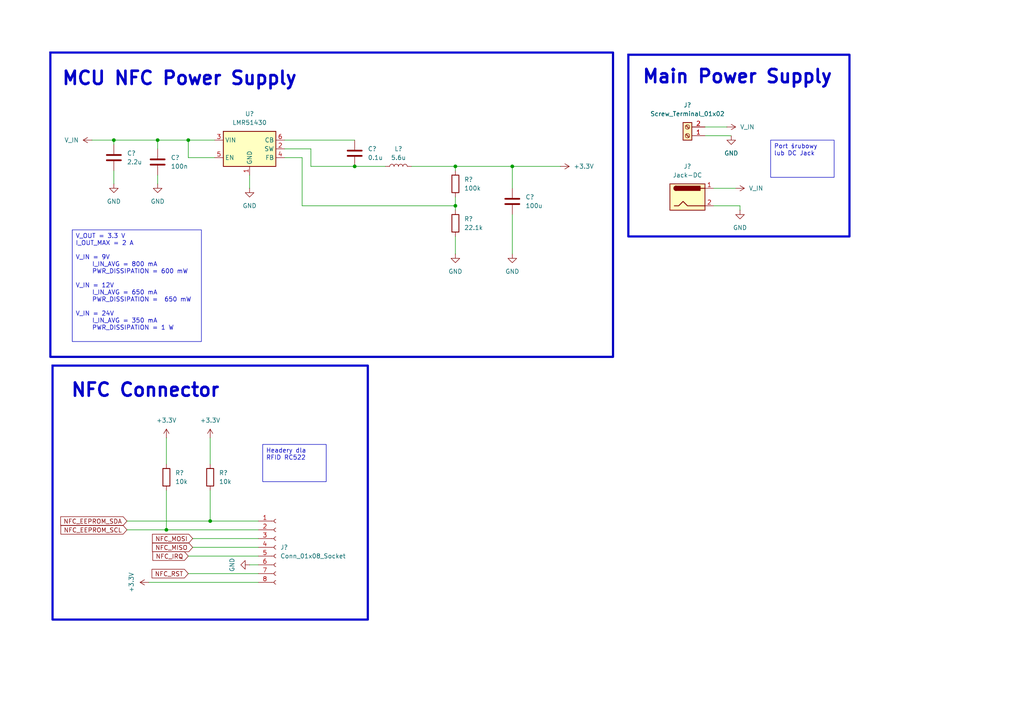
<source format=kicad_sch>
(kicad_sch (version 20231120) (generator "eeschema") (generator_version "8.0")
  (paper "A4")
  (lib_symbols
    (symbol "Connector:Conn_01x08_Socket" (pin_names (offset 1.016) hide)
      (property "Reference" "J" (at 0 10.16 0))
      (property "Value" "Conn_01x08_Socket" (at 0 -12.7 0))
      (symbol "Conn_01x08_Socket_1_1"
        (arc (start 0 -9.652) (mid -0.5058 -10.16) (end 0 -10.668) (stroke (width 0.1524)))
        (arc (start 0 -7.112) (mid -0.5058 -7.62) (end 0 -8.128) (stroke (width 0.1524)))
        (arc (start 0 -4.572) (mid -0.5058 -5.08) (end 0 -5.588) (stroke (width 0.1524)))
        (arc (start 0 -2.032) (mid -0.5058 -2.54) (end 0 -3.048) (stroke (width 0.1524)))
        (polyline (pts (xy -1.27 -10.16) (xy -0.508 -10.16)) (stroke (width 0.1524)))
        (polyline (pts (xy -1.27 -7.62) (xy -0.508 -7.62)) (stroke (width 0.1524)))
        (polyline (pts (xy -1.27 -5.08) (xy -0.508 -5.08)) (stroke (width 0.1524)))
        (polyline (pts (xy -1.27 -2.54) (xy -0.508 -2.54)) (stroke (width 0.1524)))
        (polyline (pts (xy -1.27 0) (xy -0.508 0)) (stroke (width 0.1524)))
        (polyline (pts (xy -1.27 2.54) (xy -0.508 2.54)) (stroke (width 0.1524)))
        (polyline (pts (xy -1.27 5.08) (xy -0.508 5.08)) (stroke (width 0.1524)))
        (polyline (pts (xy -1.27 7.62) (xy -0.508 7.62)) (stroke (width 0.1524)))
        (arc (start 0 0.508) (mid -0.5058 0) (end 0 -0.508) (stroke (width 0.1524)))
        (arc (start 0 3.048) (mid -0.5058 2.54) (end 0 2.032) (stroke (width 0.1524)))
        (arc (start 0 5.588) (mid -0.5058 5.08) (end 0 4.572) (stroke (width 0.1524)))
        (arc (start 0 8.128) (mid -0.5058 7.62) (end 0 7.112) (stroke (width 0.1524)))
        (pin passive line (at -5.08 7.62 0) (length 3.81) (name "Pin_1") (number "1"))
        (pin passive line (at -5.08 5.08 0) (length 3.81) (name "Pin_2") (number "2"))
        (pin passive line (at -5.08 2.54 0) (length 3.81) (name "Pin_3") (number "3"))
        (pin passive line (at -5.08 0 0) (length 3.81) (name "Pin_4") (number "4"))
        (pin passive line (at -5.08 -2.54 0) (length 3.81) (name "Pin_5") (number "5"))
        (pin passive line (at -5.08 -5.08 0) (length 3.81) (name "Pin_6") (number "6"))
        (pin passive line (at -5.08 -7.62 0) (length 3.81) (name "Pin_7") (number "7"))
        (pin passive line (at -5.08 -10.16 0) (length 3.81) (name "Pin_8") (number "8"))
      )
    )
    (symbol "Connector:Jack-DC" (pin_names (offset 1.016))
      (property "Reference" "J" (at 0 5.334 0))
      (property "Value" "Jack-DC" (at 0 -5.08 0))
      (symbol "Jack-DC_0_1"
        (rectangle (start -5.08 3.81) (end 5.08 -3.81) (stroke (width 0.254)) (fill (type background)))
        (arc (start -3.302 3.175) (mid -3.9343 2.54) (end -3.302 1.905) (stroke (width 0.254)))
        (arc (start -3.302 3.175) (mid -3.9343 2.54) (end -3.302 1.905) (stroke (width 0.254)) (fill (type outline)))
        (polyline (pts (xy 5.08 2.54) (xy 3.81 2.54)) (stroke (width 0.254)))
        (polyline (pts (xy -3.81 -2.54) (xy -2.54 -2.54) (xy -1.27 -1.27) (xy 0 -2.54) (xy 2.54 -2.54) (xy 5.08 -2.54)) (stroke (width 0.254)))
        (rectangle (start 3.683 3.175) (end -3.302 1.905) (stroke (width 0.254)) (fill (type outline)))
      )
      (symbol "Jack-DC_1_1"
        (pin passive line (at 7.62 2.54 180) (length 2.54) (name "~") (number "1"))
        (pin passive line (at 7.62 -2.54 180) (length 2.54) (name "~") (number "2"))
      )
    )
    (symbol "Connector:Screw_Terminal_01x02" (pin_names (offset 1.016) hide)
      (property "Reference" "J" (at 0 2.54 0))
      (property "Value" "Screw_Terminal_01x02" (at 0 -5.08 0))
      (symbol "Screw_Terminal_01x02_1_1"
        (rectangle (start -1.27 1.27) (end 1.27 -3.81) (stroke (width 0.254)) (fill (type background)))
        (circle (center 0 -2.54) (radius 0.635) (stroke (width 0.1524)))
        (polyline (pts (xy -0.5334 -2.2098) (xy 0.3302 -3.048)) (stroke (width 0.1524)))
        (polyline (pts (xy -0.5334 0.3302) (xy 0.3302 -0.508)) (stroke (width 0.1524)))
        (polyline (pts (xy -0.3556 -2.032) (xy 0.508 -2.8702)) (stroke (width 0.1524)))
        (polyline (pts (xy -0.3556 0.508) (xy 0.508 -0.3302)) (stroke (width 0.1524)))
        (circle (center 0 0) (radius 0.635) (stroke (width 0.1524)))
        (pin passive line (at -5.08 0 0) (length 3.81) (name "Pin_1") (number "1"))
        (pin passive line (at -5.08 -2.54 0) (length 3.81) (name "Pin_2") (number "2"))
      )
    )
    (symbol "Device:C" (pin_numbers hide) (pin_names (offset 0.254))
      (property "Reference" "C" (at 0.635 2.54 0))
      (property "Value" "C" (at 0.635 -2.54 0))
      (symbol "C_0_1"
        (polyline (pts (xy -2.032 -0.762) (xy 2.032 -0.762)) (stroke (width 0.508)))
        (polyline (pts (xy -2.032 0.762) (xy 2.032 0.762)) (stroke (width 0.508)))
      )
      (symbol "C_1_1"
        (pin passive line (at 0 3.81 270) (length 2.794) (name "~") (number "1"))
        (pin passive line (at 0 -3.81 90) (length 2.794) (name "~") (number "2"))
      )
    )
    (symbol "Device:L" (pin_numbers hide) (pin_names (offset 1.016) hide)
      (property "Reference" "L" (at -1.27 0 90))
      (property "Value" "L" (at 1.905 0 90))
      (symbol "L_0_1"
        (arc (start 0 -2.54) (mid 0.6323 -1.905) (end 0 -1.27))
        (arc (start 0 -1.27) (mid 0.6323 -0.635) (end 0 0))
        (arc (start 0 0) (mid 0.6323 0.635) (end 0 1.27))
        (arc (start 0 1.27) (mid 0.6323 1.905) (end 0 2.54))
      )
      (symbol "L_1_1"
        (pin passive line (at 0 3.81 270) (length 1.27) (name "1") (number "1"))
        (pin passive line (at 0 -3.81 90) (length 1.27) (name "2") (number "2"))
      )
    )
    (symbol "Device:R" (pin_numbers hide) (pin_names (offset 0))
      (property "Reference" "R" (at 2.032 0 90))
      (property "Value" "R" (at 0 0 90))
      (symbol "R_0_1"
        (rectangle (start -1.016 -2.54) (end 1.016 2.54) (stroke (width 0.254)))
      )
      (symbol "R_1_1"
        (pin passive line (at 0 3.81 270) (length 1.27) (name "~") (number "1"))
        (pin passive line (at 0 -3.81 90) (length 1.27) (name "~") (number "2"))
      )
    )
    (symbol "GND_2" (power) (pin_numbers hide) (pin_names (offset 0) hide)
      (property "Value" "GND" (at 0 -3.81 0))
      (symbol "GND_2_0_1"
        (polyline (pts (xy 0 0) (xy 0 -1.27) (xy 1.27 -1.27) (xy 0 -2.54) (xy -1.27 -1.27) (xy 0 -1.27)))
      )
      (symbol "GND_2_1_1"
        (pin power_in line (at 0 0 270) (length 0) (name "~") (number "1"))
      )
    )
    (symbol "Regulator_Switching:LMR51430"
      (property "Reference" "U" (at -7.62 6.35 0))
      (property "Value" "LMR51430" (at 0 6.35 0))
      (symbol "LMR51430_0_1"
        (rectangle (start -7.62 5.08) (end 7.62 -5.08) (stroke (width 0.254)) (fill (type background)))
      )
      (symbol "LMR51430_1_1"
        (pin power_in line (at 0 -7.62 90) (length 2.54) (name "GND") (number "1"))
        (pin power_out line (at 10.16 0 180) (length 2.54) (name "SW") (number "2"))
        (pin power_in line (at -10.16 2.54 0) (length 2.54) (name "VIN") (number "3"))
        (pin input line (at 10.16 -2.54 180) (length 2.54) (name "FB") (number "4"))
        (pin input line (at -10.16 -2.54 0) (length 2.54) (name "EN") (number "5"))
        (pin passive line (at 10.16 2.54 180) (length 2.54) (name "CB") (number "6"))
      )
    )
    (symbol "power:+1V0" (power) (pin_numbers hide) (pin_names (offset 0) hide)
      (property "Value" "+1V0" (at 0 3.556 0))
      (symbol "+1V0_0_1"
        (polyline (pts (xy -0.762 1.27) (xy 0 2.54)))
        (polyline (pts (xy 0 0) (xy 0 2.54)))
        (polyline (pts (xy 0 2.54) (xy 0.762 1.27)))
      )
      (symbol "+1V0_1_1"
        (pin power_in line (at 0 0 90) (length 0) (name "~") (number "1"))
      )
    )
    (symbol "power:+3.3V" (power) (pin_numbers hide) (pin_names (offset 0) hide)
      (property "Value" "+3.3V" (at 0 3.556 0))
      (symbol "+3.3V_0_1"
        (polyline (pts (xy -0.762 1.27) (xy 0 2.54)))
        (polyline (pts (xy 0 0) (xy 0 2.54)))
        (polyline (pts (xy 0 2.54) (xy 0.762 1.27)))
      )
      (symbol "+3.3V_1_1"
        (pin power_in line (at 0 0 90) (length 0) (name "~") (number "1"))
      )
    )
    (symbol "power:GND" (power) (pin_numbers hide) (pin_names (offset 0) hide)
      (property "Value" "GND" (at 0 -3.81 0))
      (symbol "GND_0_1"
        (polyline (pts (xy 0 0) (xy 0 -1.27) (xy 1.27 -1.27) (xy 0 -2.54) (xy -1.27 -1.27) (xy 0 -1.27)))
      )
      (symbol "GND_1_1"
        (pin power_in line (at 0 0 270) (length 0) (name "~") (number "1"))
      )
    )
  )
  (junction (at 132.08 48.26))
  (junction (at 48.26 153.67))
  (junction (at 33.02 40.64))
  (junction (at 132.08 59.69))
  (junction (at 45.72 40.64))
  (junction (at 54.61 40.64))
  (junction (at 60.96 151.13))
  (junction (at 148.59 48.26))
  (junction (at 102.87 48.26))
  (wire (pts (xy 55.88 156.21) (xy 74.93 156.21)))
  (wire (pts (xy 60.96 127) (xy 60.96 134.62)))
  (wire (pts (xy 207.01 59.69) (xy 214.63 59.69)))
  (wire (pts (xy 33.02 49.53) (xy 33.02 53.34)))
  (wire (pts (xy 87.63 45.72) (xy 87.63 59.69)))
  (wire (pts (xy 33.02 40.64) (xy 45.72 40.64)))
  (wire (pts (xy 55.88 158.75) (xy 74.93 158.75)))
  (wire (pts (xy 87.63 59.69) (xy 132.08 59.69)))
  (wire (pts (xy 36.83 153.67) (xy 48.26 153.67)))
  (wire (pts (xy 54.61 166.37) (xy 74.93 166.37)))
  (wire (pts (xy 48.26 153.67) (xy 74.93 153.67)))
  (wire (pts (xy 148.59 48.26) (xy 148.59 54.61)))
  (wire (pts (xy 54.61 161.29) (xy 74.93 161.29)))
  (wire (pts (xy 36.83 151.13) (xy 60.96 151.13)))
  (wire (pts (xy 43.18 168.91) (xy 74.93 168.91)))
  (wire (pts (xy 45.72 40.64) (xy 54.61 40.64)))
  (wire (pts (xy 72.39 163.83) (xy 74.93 163.83)))
  (wire (pts (xy 204.47 39.37) (xy 212.09 39.37)))
  (wire (pts (xy 33.02 40.64) (xy 33.02 41.91)))
  (wire (pts (xy 132.08 57.15) (xy 132.08 59.69)))
  (wire (pts (xy 48.26 127) (xy 48.26 134.62)))
  (wire (pts (xy 119.38 48.26) (xy 132.08 48.26)))
  (wire (pts (xy 54.61 40.64) (xy 62.23 40.64)))
  (wire (pts (xy 148.59 48.26) (xy 132.08 48.26)))
  (wire (pts (xy 204.47 36.83) (xy 210.82 36.83)))
  (wire (pts (xy 214.63 59.69) (xy 214.63 60.96)))
  (wire (pts (xy 54.61 45.72) (xy 54.61 40.64)))
  (wire (pts (xy 207.01 54.61) (xy 213.36 54.61)))
  (wire (pts (xy 132.08 59.69) (xy 132.08 60.96)))
  (wire (pts (xy 82.55 45.72) (xy 87.63 45.72)))
  (wire (pts (xy 62.23 45.72) (xy 54.61 45.72)))
  (wire (pts (xy 90.17 48.26) (xy 102.87 48.26)))
  (wire (pts (xy 26.67 40.64) (xy 33.02 40.64)))
  (wire (pts (xy 90.17 43.18) (xy 82.55 43.18)))
  (wire (pts (xy 82.55 40.64) (xy 102.87 40.64)))
  (wire (pts (xy 60.96 151.13) (xy 74.93 151.13)))
  (wire (pts (xy 48.26 142.24) (xy 48.26 153.67)))
  (wire (pts (xy 45.72 40.64) (xy 45.72 43.18)))
  (wire (pts (xy 45.72 50.8) (xy 45.72 53.34)))
  (wire (pts (xy 90.17 43.18) (xy 90.17 48.26)))
  (wire (pts (xy 132.08 68.58) (xy 132.08 73.66)))
  (wire (pts (xy 148.59 62.23) (xy 148.59 73.66)))
  (wire (pts (xy 60.96 142.24) (xy 60.96 151.13)))
  (wire (pts (xy 132.08 48.26) (xy 132.08 49.53)))
  (wire (pts (xy 102.87 48.26) (xy 111.76 48.26)))
  (wire (pts (xy 162.56 48.26) (xy 148.59 48.26)))
  (wire (pts (xy 72.39 50.8) (xy 72.39 54.61)))
  (rectangle (start 15.24 106.045) (end 106.68 179.705) (stroke (width 0.635)))
  (rectangle (start 182.245 15.875) (end 246.38 68.58) (stroke (width 0.635)))
  (rectangle (start 14.605 15.24) (end 177.8 103.505) (stroke (width 0.635)))
  (text_box "Headery dla RFID RC522" (at 76.2 128.905 0) (size 18.415 10.795) (effects (font (size 1.27 1.27)) (justify left top)))
  (text_box "V_OUT = 3.3 V\nI_OUT_MAX = 2 A\n\nV_IN = 9V\n	I_IN_AVG = 800 mA\n	PWR_DISSIPATION = 600 mW\n\nV_IN = 12V\n	I_IN_AVG = 650 mA\n	PWR_DISSIPATION =  650 mW\n\nV_IN = 24V\n	I_IN_AVG = 350 mA\n	PWR_DISSIPATION = 1 W\n" (at 20.955 66.675 0) (size 37.465 32.385) (effects (font (size 1.27 1.27)) (justify left top)))
  (text_box "Port śrubowy lub DC Jack" (at 223.52 40.64 0) (size 18.415 10.795) (effects (font (size 1.27 1.27)) (justify left top)))
  (text "NFC Connector" (at 42.164 113.284 0) (effects (font (size 3.81 3.81) (thickness 0.762) (bold yes))))
  (text "Main Power Supply" (at 213.868 22.352 0) (effects (font (size 3.81 3.81) (thickness 0.762) (bold yes))))
  (text "MCU NFC Power Supply" (at 52.07 22.86 0) (effects (font (size 3.81 3.81) (thickness 0.762) (bold yes))))
  (global_label "NFC_EEPROM_SDA" (shape input) (at 36.83 151.13 180) (property "Intersheetrefs" "${INTERSHEET_REFS}" (effects (hide yes))))
  (global_label "NFC_MOSI" (shape input) (at 55.88 156.21 180) (property "Intersheetrefs" "${INTERSHEET_REFS}" (effects (hide yes))))
  (global_label "NFC_EEPROM_SCL" (shape input) (at 36.83 153.67 180) (property "Intersheetrefs" "${INTERSHEET_REFS}" (effects (hide yes))))
  (global_label "NFC_IRQ" (shape input) (at 54.61 161.29 180) (property "Intersheetrefs" "${INTERSHEET_REFS}" (effects (hide yes))))
  (global_label "NFC_RST" (shape input) (at 54.61 166.37 180) (property "Intersheetrefs" "${INTERSHEET_REFS}" (effects (hide yes))))
  (global_label "NFC_MISO" (shape input) (at 55.88 158.75 180) (property "Intersheetrefs" "${INTERSHEET_REFS}" (effects (hide yes))))
  (symbol (lib_id "Connector:Conn_01x08_Socket") (at 80.01 158.75 0) (unit 1)
    (property "Reference" "J?" (at 81.28 158.7499 0) (effects (justify left)))
    (property "Value" "Conn_01x08_Socket" (at 81.28 161.2899 0) (effects (justify left)))
    (property "Description" "Generic connector, single row, 01x08, script generated" (effects (hide yes)))
  )
  (symbol (lib_id "power:+3.3V") (at 43.18 168.91 90) (unit 1)
    (property "Reference" "#PWR09" (effects (hide yes)))
    (property "Value" "+3.3V" (at 38.1 168.91 0))
  )
  (symbol (lib_id "Connector:Jack-DC") (at 199.39 57.15 0) (unit 1)
    (property "Reference" "J?" (at 199.39 48.26 0))
    (property "Value" "Jack-DC" (at 199.39 50.8 0))
    (property "Description" "DC Barrel Jack" (effects (hide yes)))
  )
  (symbol (lib_id "Connector:Screw_Terminal_01x02") (at 199.39 39.37 180) (unit 1)
    (property "Reference" "J?" (at 199.39 30.48 0))
    (property "Value" "Screw_Terminal_01x02" (at 199.39 33.02 0))
    (property "Description" "Generic screw terminal, single row, 01x02, script generated (kicad-library-utils/schlib/autogen/connector/)" (effects (hide yes)))
  )
  (symbol (lib_id "power:GND") (at 132.08 73.66 0) (unit 1)
    (property "Reference" "#PWR020" (effects (hide yes)))
    (property "Value" "GND" (at 132.08 78.74 0))
    (property "Description" "Power symbol creates a global label with name \"GND\" , ground" (effects (hide yes)))
  )
  (symbol (lib_id "power:GND") (at 33.02 53.34 0) (unit 1)
    (property "Reference" "#PWR017" (effects (hide yes)))
    (property "Value" "GND" (at 33.02 58.42 0))
    (property "Description" "Power symbol creates a global label with name \"GND\" , ground" (effects (hide yes)))
  )
  (symbol (lib_id "power:GND") (at 148.59 73.66 0) (unit 1)
    (property "Reference" "#PWR021" (effects (hide yes)))
    (property "Value" "GND" (at 148.59 78.74 0))
    (property "Description" "Power symbol creates a global label with name \"GND\" , ground" (effects (hide yes)))
  )
  (symbol (lib_id "Device:C") (at 45.72 46.99 0) (unit 1)
    (property "Reference" "C?" (at 49.53 45.7199 0) (effects (justify left)))
    (property "Value" "100n" (at 49.53 48.2599 0) (effects (justify left)))
    (property "Description" "Unpolarized capacitor" (effects (hide yes)))
  )
  (symbol (lib_id "power:GND") (at 212.09 39.37 0) (unit 1)
    (property "Reference" "#PWR023" (effects (hide yes)))
    (property "Value" "GND" (at 212.09 44.45 0))
    (property "Description" "Power symbol creates a global label with name \"GND\" , ground" (effects (hide yes)))
  )
  (symbol (lib_id "Device:C") (at 102.87 44.45 0) (unit 1)
    (property "Reference" "C?" (at 106.68 43.1799 0) (effects (justify left)))
    (property "Value" "0.1u" (at 106.68 45.7199 0) (effects (justify left)))
    (property "Description" "Unpolarized capacitor" (effects (hide yes)))
  )
  (symbol (lib_id "Device:C") (at 148.59 58.42 0) (unit 1)
    (property "Reference" "C?" (at 152.4 57.1499 0) (effects (justify left)))
    (property "Value" "100u" (at 152.4 59.6899 0) (effects (justify left)))
    (property "Description" "Unpolarized capacitor" (effects (hide yes)))
  )
  (symbol (lib_id "power:GND") (at 72.39 54.61 0) (unit 1)
    (property "Reference" "#PWR019" (effects (hide yes)))
    (property "Value" "GND" (at 72.39 59.69 0))
    (property "Description" "Power symbol creates a global label with name \"GND\" , ground" (effects (hide yes)))
  )
  (symbol (lib_id "power:+1V0") (at 26.67 40.64 90) (unit 1)
    (property "Reference" "#PWR016" (effects (hide yes)))
    (property "Value" "V_IN" (at 22.86 40.6399 90) (effects (justify left)))
    (property "Description" "Power symbol creates a global label with name \"+1V0\"" (effects (hide yes)))
  )
  (symbol (lib_name "GND_2") (lib_id "power:GND") (at 72.39 163.83 270) (unit 1)
    (property "Reference" "#PWR012" (effects (hide yes)))
    (property "Value" "GND" (at 67.31 163.83 0))
    (property "Description" "Power symbol creates a global label with name \"GND\" , ground" (effects (hide yes)))
  )
  (symbol (lib_id "Device:C") (at 33.02 45.72 0) (unit 1)
    (property "Reference" "C?" (at 36.83 44.4499 0) (effects (justify left)))
    (property "Value" "2.2u" (at 36.83 46.9899 0) (effects (justify left)))
    (property "Description" "Unpolarized capacitor" (effects (hide yes)))
  )
  (symbol (lib_id "power:+3.3V") (at 48.26 127 0) (unit 1)
    (property "Reference" "#PWR010" (effects (hide yes)))
    (property "Value" "+3.3V" (at 48.26 121.92 0))
  )
  (symbol (lib_id "Device:R") (at 60.96 138.43 0) (unit 1)
    (property "Reference" "R?" (at 63.5 137.1599 0) (effects (justify left)))
    (property "Value" "10k" (at 63.5 139.6999 0) (effects (justify left)))
    (property "Description" "Resistor" (effects (hide yes)))
  )
  (symbol (lib_id "power:+1V0") (at 213.36 54.61 270) (unit 1)
    (property "Reference" "#PWR026" (effects (hide yes)))
    (property "Value" "V_IN" (at 217.17 54.6099 90) (effects (justify left)))
    (property "Description" "Power symbol creates a global label with name \"+1V0\"" (effects (hide yes)))
  )
  (symbol (lib_id "power:+1V0") (at 210.82 36.83 270) (unit 1)
    (property "Reference" "#PWR025" (effects (hide yes)))
    (property "Value" "V_IN" (at 214.63 36.8299 90) (effects (justify left)))
    (property "Description" "Power symbol creates a global label with name \"+1V0\"" (effects (hide yes)))
  )
  (symbol (lib_id "power:+3.3V") (at 162.56 48.26 270) (unit 1)
    (property "Reference" "#PWR022" (effects (hide yes)))
    (property "Value" "+3.3V" (at 166.37 48.2599 90) (effects (justify left)))
    (property "Description" "Power symbol creates a global label with name \"+3.3V\"" (effects (hide yes)))
  )
  (symbol (lib_id "power:GND") (at 45.72 53.34 0) (unit 1)
    (property "Reference" "#PWR018" (effects (hide yes)))
    (property "Value" "GND" (at 45.72 58.42 0))
    (property "Description" "Power symbol creates a global label with name \"GND\" , ground" (effects (hide yes)))
  )
  (symbol (lib_id "power:GND") (at 214.63 60.96 0) (unit 1)
    (property "Reference" "#PWR024" (effects (hide yes)))
    (property "Value" "GND" (at 214.63 66.04 0))
    (property "Description" "Power symbol creates a global label with name \"GND\" , ground" (effects (hide yes)))
  )
  (symbol (lib_id "Device:R") (at 132.08 53.34 0) (unit 1)
    (property "Reference" "R?" (at 134.62 52.0699 0) (effects (justify left)))
    (property "Value" "100k" (at 134.62 54.6099 0) (effects (justify left)))
    (property "Description" "Resistor" (effects (hide yes)))
  )
  (symbol (lib_id "Regulator_Switching:LMR51430") (at 72.39 43.18 0) (unit 1)
    (property "Reference" "U?" (at 72.39 33.02 0))
    (property "Value" "LMR51430" (at 72.39 35.56 0))
    (property "Footprint" "Package_TO_SOT_SMD:SOT-23-6" (effects (hide yes)))
    (property "Datasheet" "https://www.ti.com/lit/ds/symlink/lmr51430.pdf" (effects (hide yes)))
    (property "Description" "4.5-V to 36-V, 3-A synchronous buck converter with 40-µA IQ, SOT-23-6" (effects (hide yes)))
  )
  (symbol (lib_id "power:+3.3V") (at 60.96 127 0) (unit 1)
    (property "Reference" "#PWR011" (effects (hide yes)))
    (property "Value" "+3.3V" (at 60.96 121.92 0))
  )
  (symbol (lib_id "Device:R") (at 48.26 138.43 0) (unit 1)
    (property "Reference" "R?" (at 50.8 137.1599 0) (effects (justify left)))
    (property "Value" "10k" (at 50.8 139.6999 0) (effects (justify left)))
    (property "Description" "Resistor" (effects (hide yes)))
  )
  (symbol (lib_id "Device:R") (at 132.08 64.77 0) (unit 1)
    (property "Reference" "R?" (at 134.62 63.4999 0) (effects (justify left)))
    (property "Value" "22.1k" (at 134.62 66.0399 0) (effects (justify left)))
    (property "Description" "Resistor" (effects (hide yes)))
  )
  (symbol (lib_id "Device:L") (at 115.57 48.26 90) (unit 1)
    (property "Reference" "L?" (at 115.57 43.18 90))
    (property "Value" "5.6u" (at 115.57 45.72 90))
    (property "Description" "Inductor" (effects (hide yes)))
  )
)
</source>
